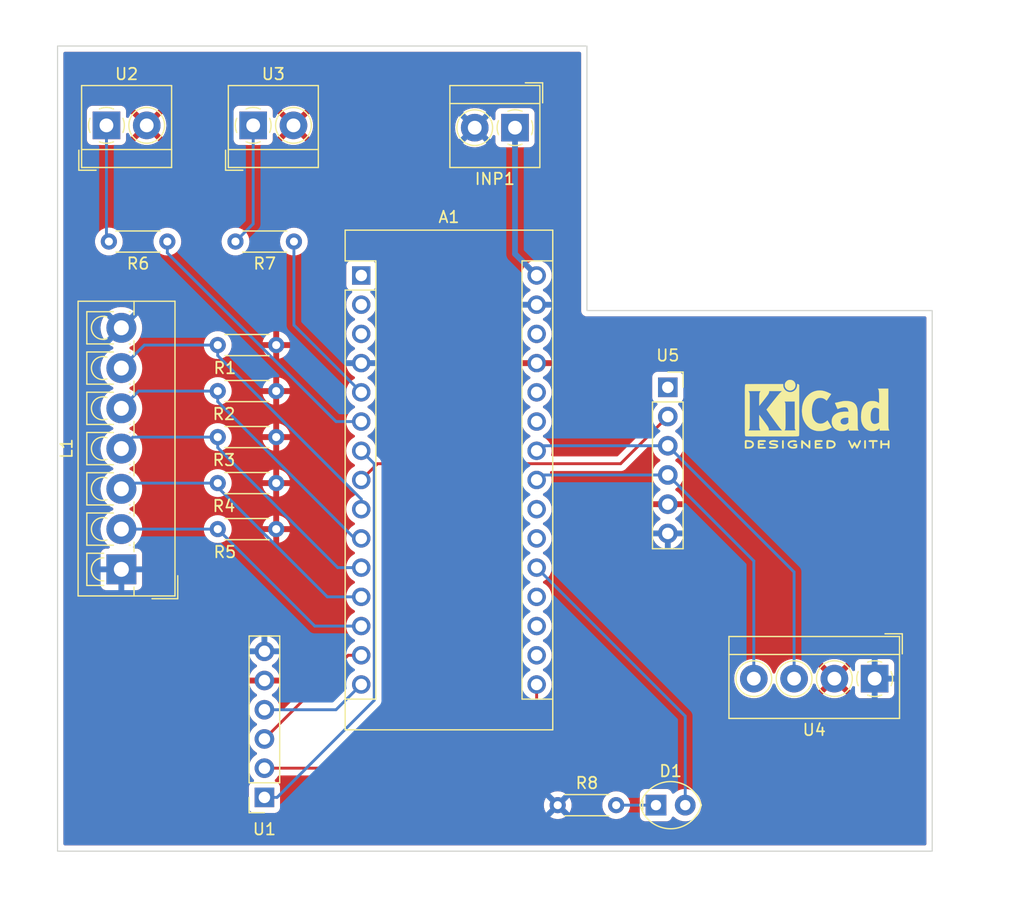
<source format=kicad_pcb>
(kicad_pcb (version 20211014) (generator pcbnew)
  (title_block (title "WaterFlow Logger Board") (date "2022-02-13") (company "RisorsaTerra"))
  (layers (0 "F.Cu" signal) (31 "B.Cu" signal) (34 "B.Paste" user) (35 "F.Paste" user) (36 "B.SilkS" user "B.Silkscreen") (37 "F.SilkS" user "F.Silkscreen") (38 "B.Mask" user) (39 "F.Mask" user) (44 "Edge.Cuts" user))
  (net 0 "")
  (net 4 "Net-(A1-Pad5)")
  (net 5 "Net-(A1-Pad6)")
  (net 6 "Net-(A1-Pad7)")
  (net 7 "Net-(A1-Pad8)")
  (net 8 "Net-(A1-Pad9)")
  (net 9 "Net-(A1-Pad10)")
  (net 10 "Net-(A1-Pad11)")
  (net 11 "Net-(A1-Pad12)")
  (net 12 "Net-(A1-Pad13)")
  (net 13 "Net-(A1-Pad14)")
  (net 14 "Net-(A1-Pad15)")
  (net 15 "Net-(A1-Pad16)")
  (net 19 "Net-(A1-Pad20)")
  (net 22 "Net-(A1-Pad23)")
  (net 23 "Net-(A1-Pad24)")
  (net 27 "Net-(D1-Pad1)")
  (net 28 "Net-(R6-Pad2)")
  (net 29 "Net-(R7-Pad2)")
  (net 31 "/GND")
  (net 32 "/VCC")
  (net 33 "/VIN")
  (footprint "Resistor_THT:R_Axial_DIN0204_L3.6mm_D1.6mm_P5.08mm_Horizontal" (layer "F.Cu") (at 82.54 68 180)
    (fp_text reference "R7" (at 2.54 -1.92) (layer "F.SilkS"))
    (fp_text value "110")
    (pad "1" thru_hole circle (at 0 0 180) (size 1.4 1.4) (drill 0.7) (layers *.Cu *.Mask) (net 4 "Net-(A1-Pad5)"))
    (pad "2" thru_hole oval (at 5.08 0 180) (size 1.4 1.4) (drill 0.7) (layers *.Cu *.Mask) (net 29 "Net-(R7-Pad2)"))
  )
  (footprint "Connector_PinSocket_2.54mm:PinSocket_1x06_P2.54mm_Vertical" (layer "F.Cu") (at 115.025 80.675)
    (fp_text reference "U5" (at 0 -2.77) (layer "F.SilkS"))
    (fp_text value "DS3231")
    (pad "1" thru_hole rect (at 0 0) (size 1.7 1.7) (drill 1) (layers *.Cu *.Mask))
    (pad "2" thru_hole oval (at 0 2.54) (size 1.7 1.7) (drill 1) (layers *.Cu *.Mask) (net 7 "Net-(A1-Pad8)"))
    (pad "3" thru_hole oval (at 0 5.08) (size 1.7 1.7) (drill 1) (layers *.Cu *.Mask) (net 23 "Net-(A1-Pad24)"))
    (pad "4" thru_hole oval (at 0 7.62) (size 1.7 1.7) (drill 1) (layers *.Cu *.Mask) (net 22 "Net-(A1-Pad23)"))
    (pad "5" thru_hole oval (at 0 10.16) (size 1.7 1.7) (drill 1) (layers *.Cu *.Mask) (net 32 "/VCC"))
    (pad "6" thru_hole oval (at 0 12.7) (size 1.7 1.7) (drill 1) (layers *.Cu *.Mask) (net 31 "/GND"))
  )
  (footprint "TerminalBlock_4Ucon:TerminalBlock_4Ucon_1x02_P3.50mm_Horizontal" (layer "F.Cu") (at 101.75 58.1 180)
    (fp_text reference "INP1" (at 1.75 -4.46) (layer "F.SilkS"))
    (fp_text value "BatteryInput")
    (pad "1" thru_hole rect (at 0 0 180) (size 2.4 2.4) (drill 1.2) (layers *.Cu *.Mask) (net 33 "/VIN"))
    (pad "2" thru_hole circle (at 3.5 0 180) (size 2.4 2.4) (drill 1.2) (layers *.Cu *.Mask) (net 31 "/GND"))
  )
  (footprint "Resistor_THT:R_Axial_DIN0204_L3.6mm_D1.6mm_P5.08mm_Horizontal" (layer "F.Cu") (at 71.54 68 180)
    (fp_text reference "R6" (at 2.54 -1.92) (layer "F.SilkS"))
    (fp_text value "110")
    (pad "1" thru_hole circle (at 0 0 180) (size 1.4 1.4) (drill 0.7) (layers *.Cu *.Mask) (net 5 "Net-(A1-Pad6)"))
    (pad "2" thru_hole oval (at 5.08 0 180) (size 1.4 1.4) (drill 0.7) (layers *.Cu *.Mask) (net 28 "Net-(R6-Pad2)"))
  )
  (footprint "Resistor_THT:R_Axial_DIN0204_L3.6mm_D1.6mm_P5.08mm_Horizontal" (layer "F.Cu") (at 75.92 85)
    (fp_text reference "R3" (at 0.54 2) (layer "F.SilkS"))
    (fp_text value "110")
    (pad "1" thru_hole circle (at 0 0) (size 1.4 1.4) (drill 0.7) (layers *.Cu *.Mask) (net 10 "Net-(A1-Pad11)"))
    (pad "2" thru_hole oval (at 5.08 0) (size 1.4 1.4) (drill 0.7) (layers *.Cu *.Mask) (net 32 "/VCC"))
  )
  (footprint "TerminalBlock_4Ucon:TerminalBlock_4Ucon_1x02_P3.50mm_Horizontal" (layer "F.Cu") (at 79 57.9)
    (fp_text reference "U3" (at 1.75 -4.46) (layer "F.SilkS"))
    (fp_text value "SetButton")
    (pad "1" thru_hole rect (at 0 0) (size 2.4 2.4) (drill 1.2) (layers *.Cu *.Mask) (net 29 "Net-(R7-Pad2)"))
    (pad "2" thru_hole circle (at 3.5 0) (size 2.4 2.4) (drill 1.2) (layers *.Cu *.Mask) (net 32 "/VCC"))
  )
  (footprint "Resistor_THT:R_Axial_DIN0204_L3.6mm_D1.6mm_P5.08mm_Horizontal" (layer "F.Cu") (at 75.92 81)
    (fp_text reference "R2" (at 0.54 2) (layer "F.SilkS"))
    (fp_text value "110")
    (pad "1" thru_hole circle (at 0 0) (size 1.4 1.4) (drill 0.7) (layers *.Cu *.Mask) (net 9 "Net-(A1-Pad10)"))
    (pad "2" thru_hole oval (at 5.08 0) (size 1.4 1.4) (drill 0.7) (layers *.Cu *.Mask) (net 32 "/VCC"))
  )
  (footprint "TerminalBlock_4Ucon:TerminalBlock_4Ucon_1x07_P3.50mm_Vertical" (layer "F.Cu") (at 67.545 96.5 90)
    (fp_text reference "L1" (at 10.5 -4.76 90) (layer "F.SilkS"))
    (fp_text value "Logger_Ports")
    (pad "1" thru_hole rect (at 0 0 90) (size 2.6 2.6) (drill 1.3) (layers *.Cu *.Mask) (net 31 "/GND"))
    (pad "2" thru_hole circle (at 3.5 0 90) (size 2.6 2.6) (drill 1.3) (layers *.Cu *.Mask) (net 12 "Net-(A1-Pad13)"))
    (pad "3" thru_hole circle (at 7 0 90) (size 2.6 2.6) (drill 1.3) (layers *.Cu *.Mask) (net 11 "Net-(A1-Pad12)"))
    (pad "4" thru_hole circle (at 10.5 0 90) (size 2.6 2.6) (drill 1.3) (layers *.Cu *.Mask) (net 10 "Net-(A1-Pad11)"))
    (pad "5" thru_hole circle (at 14 0 90) (size 2.6 2.6) (drill 1.3) (layers *.Cu *.Mask) (net 9 "Net-(A1-Pad10)"))
    (pad "6" thru_hole circle (at 17.5 0 90) (size 2.6 2.6) (drill 1.3) (layers *.Cu *.Mask) (net 8 "Net-(A1-Pad9)"))
    (pad "7" thru_hole circle (at 21 0 90) (size 2.6 2.6) (drill 1.3) (layers *.Cu *.Mask) (net 31 "/GND"))
  )
  (footprint "LED_THT:LED_Oval_W5.2mm_H3.8mm" (layer "F.Cu") (at 114 117)
    (fp_text reference "D1" (at 1.27 -2.96) (layer "F.SilkS"))
    (fp_text value "REC Led")
    (pad "1" thru_hole rect (at 0 0) (size 1.8 1.8) (drill 0.9) (layers *.Cu *.Mask) (net 27 "Net-(D1-Pad1)"))
    (pad "2" thru_hole circle (at 2.54 0) (size 1.8 1.8) (drill 0.9) (layers *.Cu *.Mask) (net 19 "Net-(A1-Pad20)"))
  )
  (footprint "TerminalBlock_4Ucon:TerminalBlock_4Ucon_1x04_P3.50mm_Horizontal" (layer "F.Cu") (at 133 106 180)
    (fp_text reference "U4" (at 5.25 -4.46) (layer "F.SilkS"))
    (fp_text value "Display")
    (pad "1" thru_hole rect (at 0 0 180) (size 2.4 2.4) (drill 1.2) (layers *.Cu *.Mask) (net 31 "/GND"))
    (pad "2" thru_hole circle (at 3.5 0 180) (size 2.4 2.4) (drill 1.2) (layers *.Cu *.Mask) (net 32 "/VCC"))
    (pad "3" thru_hole circle (at 7 0 180) (size 2.4 2.4) (drill 1.2) (layers *.Cu *.Mask) (net 23 "Net-(A1-Pad24)"))
    (pad "4" thru_hole circle (at 10.5 0 180) (size 2.4 2.4) (drill 1.2) (layers *.Cu *.Mask) (net 22 "Net-(A1-Pad23)"))
  )
  (footprint "Resistor_THT:R_Axial_DIN0204_L3.6mm_D1.6mm_P5.08mm_Horizontal" (layer "F.Cu") (at 75.92 77)
    (fp_text reference "R1" (at 0.62 2) (layer "F.SilkS"))
    (fp_text value "110")
    (pad "1" thru_hole circle (at 0 0) (size 1.4 1.4) (drill 0.7) (layers *.Cu *.Mask) (net 8 "Net-(A1-Pad9)"))
    (pad "2" thru_hole oval (at 5.08 0) (size 1.4 1.4) (drill 0.7) (layers *.Cu *.Mask) (net 32 "/VCC"))
  )
  (footprint "TerminalBlock_4Ucon:TerminalBlock_4Ucon_1x02_P3.50mm_Horizontal" (layer "F.Cu") (at 66.25 57.9)
    (fp_text reference "U2" (at 1.75 -4.46) (layer "F.SilkS"))
    (fp_text value "RecButton")
    (pad "1" thru_hole rect (at 0 0) (size 2.4 2.4) (drill 1.2) (layers *.Cu *.Mask) (net 28 "Net-(R6-Pad2)"))
    (pad "2" thru_hole circle (at 3.5 0) (size 2.4 2.4) (drill 1.2) (layers *.Cu *.Mask) (net 32 "/VCC"))
  )
  (footprint "Resistor_THT:R_Axial_DIN0204_L3.6mm_D1.6mm_P5.08mm_Horizontal" (layer "F.Cu") (at 75.92 89)
    (fp_text reference "R4" (at 0.54 2) (layer "F.SilkS"))
    (fp_text value "110")
    (pad "1" thru_hole circle (at 0 0) (size 1.4 1.4) (drill 0.7) (layers *.Cu *.Mask) (net 11 "Net-(A1-Pad12)"))
    (pad "2" thru_hole oval (at 5.08 0) (size 1.4 1.4) (drill 0.7) (layers *.Cu *.Mask) (net 32 "/VCC"))
  )
  (footprint "Symbol:KiCad-Logo2_5mm_SilkScreen" (layer "F.Cu") (at 128 83)
    (fp_text reference "REF**" hide)
    (fp_text value "KiCad-Logo2_5mm_SilkScreen" hide)
  )
  (footprint "Resistor_THT:R_Axial_DIN0204_L3.6mm_D1.6mm_P5.08mm_Horizontal" (layer "F.Cu") (at 105.46 117)
    (fp_text reference "R8" (at 2.54 -1.92) (layer "F.SilkS"))
    (fp_text value "110")
    (pad "1" thru_hole circle (at 0 0) (size 1.4 1.4) (drill 0.7) (layers *.Cu *.Mask) (net 31 "/GND"))
    (pad "2" thru_hole oval (at 5.08 0) (size 1.4 1.4) (drill 0.7) (layers *.Cu *.Mask) (net 27 "Net-(D1-Pad1)"))
  )
  (footprint "Connector_PinSocket_2.54mm:PinSocket_1x06_P2.54mm_Vertical" (layer "F.Cu") (at 79.975 116.325 180)
    (fp_text reference "U1" (at 0 -2.77) (layer "F.SilkS"))
    (fp_text value "SDCardModule")
    (pad "1" thru_hole rect (at 0 0 180) (size 1.7 1.7) (drill 1) (layers *.Cu *.Mask) (net 6 "Net-(A1-Pad7)"))
    (pad "2" thru_hole oval (at 0 2.54 180) (size 1.7 1.7) (drill 1) (layers *.Cu *.Mask) (net 15 "Net-(A1-Pad16)"))
    (pad "3" thru_hole oval (at 0 5.08 180) (size 1.7 1.7) (drill 1) (layers *.Cu *.Mask) (net 13 "Net-(A1-Pad14)"))
    (pad "4" thru_hole oval (at 0 7.62 180) (size 1.7 1.7) (drill 1) (layers *.Cu *.Mask) (net 14 "Net-(A1-Pad15)"))
    (pad "5" thru_hole oval (at 0 10.16 180) (size 1.7 1.7) (drill 1) (layers *.Cu *.Mask) (net 32 "/VCC"))
    (pad "6" thru_hole oval (at 0 12.7 180) (size 1.7 1.7) (drill 1) (layers *.Cu *.Mask) (net 31 "/GND"))
  )
  (footprint "Resistor_THT:R_Axial_DIN0204_L3.6mm_D1.6mm_P5.08mm_Horizontal" (layer "F.Cu") (at 75.92 93)
    (fp_text reference "R5" (at 0.62 2) (layer "F.SilkS"))
    (fp_text value "110")
    (pad "1" thru_hole circle (at 0 0) (size 1.4 1.4) (drill 0.7) (layers *.Cu *.Mask) (net 12 "Net-(A1-Pad13)"))
    (pad "2" thru_hole oval (at 5.08 0) (size 1.4 1.4) (drill 0.7) (layers *.Cu *.Mask) (net 32 "/VCC"))
  )
  (footprint "Module:Arduino_Nano" (layer "F.Cu") (at 88.39 70.95)
    (fp_text reference "A1" (at 7.62 -5.08) (layer "F.SilkS"))
    (fp_text value "Arduino_Nano_Every")
    (pad "1" thru_hole rect (at 0 0) (size 1.6 1.6) (drill 1) (layers *.Cu *.Mask))
    (pad "2" thru_hole oval (at 0 2.54) (size 1.6 1.6) (drill 1) (layers *.Cu *.Mask))
    (pad "3" thru_hole oval (at 0 5.08) (size 1.6 1.6) (drill 1) (layers *.Cu *.Mask))
    (pad "4" thru_hole oval (at 0 7.62) (size 1.6 1.6) (drill 1) (layers *.Cu *.Mask) (net 31 "/GND"))
    (pad "5" thru_hole oval (at 0 10.16) (size 1.6 1.6) (drill 1) (layers *.Cu *.Mask) (net 4 "Net-(A1-Pad5)"))
    (pad "6" thru_hole oval (at 0 12.7) (size 1.6 1.6) (drill 1) (layers *.Cu *.Mask) (net 5 "Net-(A1-Pad6)"))
    (pad "7" thru_hole oval (at 0 15.24) (size 1.6 1.6) (drill 1) (layers *.Cu *.Mask) (net 6 "Net-(A1-Pad7)"))
    (pad "8" thru_hole oval (at 0 17.78) (size 1.6 1.6) (drill 1) (layers *.Cu *.Mask) (net 7 "Net-(A1-Pad8)"))
    (pad "9" thru_hole oval (at 0 20.32) (size 1.6 1.6) (drill 1) (layers *.Cu *.Mask) (net 8 "Net-(A1-Pad9)"))
    (pad "10" thru_hole oval (at 0 22.86) (size 1.6 1.6) (drill 1) (layers *.Cu *.Mask) (net 9 "Net-(A1-Pad10)"))
    (pad "11" thru_hole oval (at 0 25.4) (size 1.6 1.6) (drill 1) (layers *.Cu *.Mask) (net 10 "Net-(A1-Pad11)"))
    (pad "12" thru_hole oval (at 0 27.94) (size 1.6 1.6) (drill 1) (layers *.Cu *.Mask) (net 11 "Net-(A1-Pad12)"))
    (pad "13" thru_hole oval (at 0 30.48) (size 1.6 1.6) (drill 1) (layers *.Cu *.Mask) (net 12 "Net-(A1-Pad13)"))
    (pad "14" thru_hole oval (at 0 33.02) (size 1.6 1.6) (drill 1) (layers *.Cu *.Mask) (net 13 "Net-(A1-Pad14)"))
    (pad "15" thru_hole oval (at 0 35.56) (size 1.6 1.6) (drill 1) (layers *.Cu *.Mask) (net 14 "Net-(A1-Pad15)"))
    (pad "16" thru_hole oval (at 15.24 35.56) (size 1.6 1.6) (drill 1) (layers *.Cu *.Mask) (net 15 "Net-(A1-Pad16)"))
    (pad "17" thru_hole oval (at 15.24 33.02) (size 1.6 1.6) (drill 1) (layers *.Cu *.Mask))
    (pad "18" thru_hole oval (at 15.24 30.48) (size 1.6 1.6) (drill 1) (layers *.Cu *.Mask))
    (pad "19" thru_hole oval (at 15.24 27.94) (size 1.6 1.6) (drill 1) (layers *.Cu *.Mask))
    (pad "20" thru_hole oval (at 15.24 25.4) (size 1.6 1.6) (drill 1) (layers *.Cu *.Mask) (net 19 "Net-(A1-Pad20)"))
    (pad "21" thru_hole oval (at 15.24 22.86) (size 1.6 1.6) (drill 1) (layers *.Cu *.Mask))
    (pad "22" thru_hole oval (at 15.24 20.32) (size 1.6 1.6) (drill 1) (layers *.Cu *.Mask))
    (pad "23" thru_hole oval (at 15.24 17.78) (size 1.6 1.6) (drill 1) (layers *.Cu *.Mask) (net 22 "Net-(A1-Pad23)"))
    (pad "24" thru_hole oval (at 15.24 15.24) (size 1.6 1.6) (drill 1) (layers *.Cu *.Mask) (net 23 "Net-(A1-Pad24)"))
    (pad "25" thru_hole oval (at 15.24 12.7) (size 1.6 1.6) (drill 1) (layers *.Cu *.Mask))
    (pad "26" thru_hole oval (at 15.24 10.16) (size 1.6 1.6) (drill 1) (layers *.Cu *.Mask))
    (pad "27" thru_hole oval (at 15.24 7.62) (size 1.6 1.6) (drill 1) (layers *.Cu *.Mask) (net 32 "/VCC"))
    (pad "28" thru_hole oval (at 15.24 5.08) (size 1.6 1.6) (drill 1) (layers *.Cu *.Mask))
    (pad "29" thru_hole oval (at 15.24 2.54) (size 1.6 1.6) (drill 1) (layers *.Cu *.Mask) (net 31 "/GND"))
    (pad "30" thru_hole oval (at 15.24 0) (size 1.6 1.6) (drill 1) (layers *.Cu *.Mask) (net 33 "/VIN"))
  )
  (gr_poly (pts (xy 108 74) (xy 138 74) (xy 138 121) (xy 62 121) (xy 62 51) (xy 108 51)) (layer "Edge.Cuts") (width 0.1) (fill none))
  (segment (start 82.54 68) (end 82.54 75.26) (width 0.25) (layer "B.Cu") (net 4))
  (segment (start 82.54 75.26) (end 88.39 81.11) (width 0.25) (layer "B.Cu") (net 4))
  (segment (start 71.54 68) (end 71.54 68.989949) (width 0.25) (layer "B.Cu") (net 5))
  (segment (start 71.54 68.989949) (end 86.200051 83.65) (width 0.25) (layer "B.Cu") (net 5))
  (segment (start 86.200051 83.65) (end 88.39 83.65) (width 0.25) (layer "B.Cu") (net 5))
  (segment (start 89.514511 107.885489) (end 89.514511 87.314511) (width 0.25) (layer "B.Cu") (net 6))
  (segment (start 89.514511 87.314511) (end 88.39 86.19) (width 0.25) (layer "B.Cu") (net 6))
  (segment (start 81.075 116.325) (end 89.514511 107.885489) (width 0.25) (layer "B.Cu") (net 6))
  (segment (start 79.975 116.325) (end 81.075 116.325) (width 0.25) (layer "B.Cu") (net 6))
  (segment (start 110.925489 87.314511) (end 89.805489 87.314511) (width 0.25) (layer "F.Cu") (net 7))
  (segment (start 115.025 83.215) (end 110.925489 87.314511) (width 0.25) (layer "F.Cu") (net 7))
  (segment (start 89.805489 87.314511) (end 88.39 88.73) (width 0.25) (layer "F.Cu") (net 7))
  (segment (start 88.39 91.27) (end 88.39 90.39) (width 0.25) (layer "B.Cu") (net 8))
  (segment (start 88.39 90.39) (end 75.92 77.92) (width 0.25) (layer "B.Cu") (net 8))
  (segment (start 69.545 77) (end 67.545 79) (width 0.25) (layer "B.Cu") (net 8))
  (segment (start 75.92 77.92) (end 75.92 77) (width 0.25) (layer "B.Cu") (net 8))
  (segment (start 75.92 77) (end 69.545 77) (width 0.25) (layer "B.Cu") (net 8))
  (segment (start 69.045 81) (end 67.545 82.5) (width 0.25) (layer "B.Cu") (net 9))
  (segment (start 88.39 93.81) (end 87.81 93.81) (width 0.25) (layer "B.Cu") (net 9))
  (segment (start 75.92 81.92) (end 75.92 81) (width 0.25) (layer "B.Cu") (net 9))
  (segment (start 87.81 93.81) (end 75.92 81.92) (width 0.25) (layer "B.Cu") (net 9))
  (segment (start 75.92 81) (end 69.045 81) (width 0.25) (layer "B.Cu") (net 9))
  (segment (start 75.92 85.92) (end 75.92 85) (width 0.25) (layer "B.Cu") (net 10))
  (segment (start 88.39 96.35) (end 86.35 96.35) (width 0.25) (layer "B.Cu") (net 10))
  (segment (start 75.92 85) (end 68.545 85) (width 0.25) (layer "B.Cu") (net 10))
  (segment (start 86.35 96.35) (end 75.92 85.92) (width 0.25) (layer "B.Cu") (net 10))
  (segment (start 68.545 85) (end 67.545 86) (width 0.25) (layer "B.Cu") (net 10))
  (segment (start 75.92 89) (end 68.045 89) (width 0.25) (layer "B.Cu") (net 11))
  (segment (start 88.39 98.89) (end 85.441122 98.89) (width 0.25) (layer "B.Cu") (net 11))
  (segment (start 68.045 89) (end 67.545 89.5) (width 0.25) (layer "B.Cu") (net 11))
  (segment (start 85.441122 98.89) (end 75.92 89.368878) (width 0.25) (layer "B.Cu") (net 11))
  (segment (start 75.92 89.368878) (end 75.92 89) (width 0.25) (layer "B.Cu") (net 11))
  (segment (start 75.92 93) (end 67.545 93) (width 0.25) (layer "B.Cu") (net 12))
  (segment (start 84.35 101.43) (end 75.92 93) (width 0.25) (layer "B.Cu") (net 12))
  (segment (start 88.39 101.43) (end 84.35 101.43) (width 0.25) (layer "B.Cu") (net 12))
  (segment (start 79.975 111.245) (end 87.25 103.97) (width 0.25) (layer "F.Cu") (net 13))
  (segment (start 87.25 103.97) (end 88.39 103.97) (width 0.25) (layer "F.Cu") (net 13))
  (segment (start 86.195 108.705) (end 88.39 106.51) (width 0.25) (layer "B.Cu") (net 14))
  (segment (start 79.975 108.705) (end 86.195 108.705) (width 0.25) (layer "B.Cu") (net 14))
  (segment (start 99.215 113.785) (end 103.63 109.37) (width 0.25) (layer "F.Cu") (net 15))
  (segment (start 79.975 113.785) (end 99.215 113.785) (width 0.25) (layer "F.Cu") (net 15))
  (segment (start 103.63 109.37) (end 103.63 106.51) (width 0.25) (layer "F.Cu") (net 15))
  (segment (start 116.54 117) (end 116.54 109.26) (width 0.25) (layer "B.Cu") (net 19))
  (segment (start 116.54 109.26) (end 103.63 96.35) (width 0.25) (layer "B.Cu") (net 19))
  (segment (start 115.025 88.295) (end 104.065 88.295) (width 0.25) (layer "B.Cu") (net 22))
  (segment (start 122.5 106) (end 122.5 95.77) (width 0.25) (layer "B.Cu") (net 22))
  (segment (start 104.065 88.295) (end 103.63 88.73) (width 0.25) (layer "B.Cu") (net 22))
  (segment (start 122.5 95.77) (end 115.025 88.295) (width 0.25) (layer "B.Cu") (net 22))
  (segment (start 104.065 85.755) (end 103.63 86.19) (width 0.25) (layer "B.Cu") (net 23))
  (segment (start 126 106) (end 126 96.73) (width 0.25) (layer "B.Cu") (net 23))
  (segment (start 126 96.73) (end 115.025 85.755) (width 0.25) (layer "B.Cu") (net 23))
  (segment (start 115.025 85.755) (end 104.065 85.755) (width 0.25) (layer "B.Cu") (net 23))
  (segment (start 114 117) (end 110.54 117) (width 0.25) (layer "B.Cu") (net 27))
  (segment (start 66.25 67.79) (end 66.46 68) (width 0.25) (layer "B.Cu") (net 28))
  (segment (start 66.25 57.9) (end 66.25 67.79) (width 0.25) (layer "B.Cu") (net 28))
  (segment (start 79 66.46) (end 77.46 68) (width 0.25) (layer "B.Cu") (net 29))
  (segment (start 79 57.9) (end 79 66.46) (width 0.25) (layer "B.Cu") (net 29))
  (segment (start 101.75 69.07) (end 103.63 70.95) (width 0.5) (layer "B.Cu") (net 33))
  (segment (start 101.75 58.1) (end 101.75 69.07) (width 0.5) (layer "B.Cu") (net 33))
  (zone (net 32) (net_name "/VCC") (layer "F.Cu") (connect_pads (clearance 0.508)) (min_thickness 0.254) (fill yes (thermal_gap 0.508) (thermal_bridge_width 0.508))
    (polygon (pts (xy 146 125) (xy 57 125) (xy 57 47) (xy 146 47)))
  )
  (zone (net 31) (net_name "/GND") (layer "B.Cu") (connect_pads (clearance 0.508)) (min_thickness 0.254) (fill yes (thermal_gap 0.508) (thermal_bridge_width 0.508))
    (polygon (pts (xy 144 123) (xy 59 123) (xy 59 49) (xy 144 49)))
  )
)
</source>
